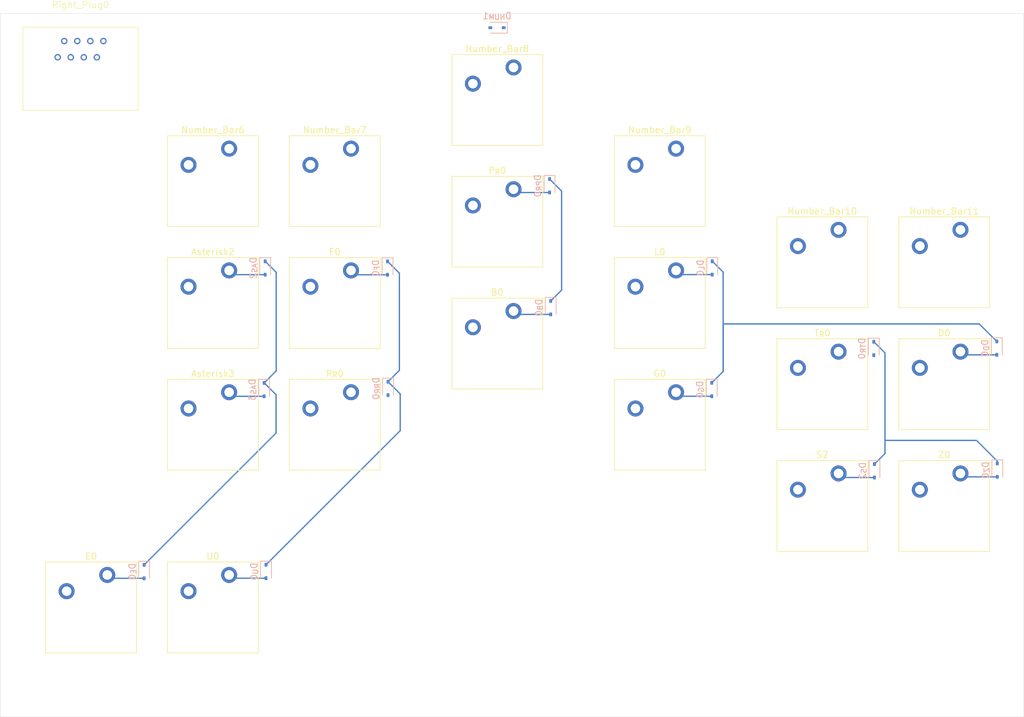
<source format=kicad_pcb>
(kicad_pcb (version 20241229) (generator "pcbnew") (generator_version "9.0")
  (layers (0 "F.Cu" signal) (2 "B.Cu" signal) (13 "F.Paste" user) (15 "B.Paste" user) (5 "F.SilkS" user "F.Silkscreen") (7 "B.SilkS" user "B.Silkscreen") (1 "F.Mask" user) (3 "B.Mask" user) (25 "Edge.Cuts" user))
  (net 0 "")
  (net 1 "Net-(D_{AS}2-A)")
  (net 2 "/Rows0")
  (net 3 "/Rows1")
  (net 4 "Net-(D_{AS}3-A)")
  (net 5 "Net-(D_{B}0-A)")
  (net 6 "Net-(D_{D}0-A)")
  (net 7 "/Rows2")
  (net 8 "/Control/Right_Columns4")
  (net 9 "Net-(D_{E}0-A)")
  (net 10 "Net-(D_{F}0-A)")
  (net 11 "/Control/Right_Columns3")
  (net 12 "Net-(D_{G}0-A)")
  (net 13 "Net-(D_{L}0-A)")
  (net 14 "/Control/Right_Columns2")
  (net 15 "Net-(D_{NUM}1-A)")
  (net 16 "Net-(D_{PR}0-A)")
  (net 17 "/Control/Right_Columns1")
  (net 18 "Net-(D_{RR}0-A)")
  (net 19 "Net-(D_{S}2-A)")
  (net 20 "Net-(D_{TR}0-A)")
  (net 21 "/Control/Right_Columns0")
  (net 22 "Net-(D_{U}0-A)")
  (net 23 "Net-(D_{Z}0-A)")
  (net 24 "/Left_Columns4")
  (net 25 "/Left_Columns2")
  (net 26 "/Left_Columns0")
  (net 27 "/Left_Columns1")
  (net 28 "/Left_Columns3")
  (footprint "PCM_Switch_Keyboard_Cherry_MX:SW_Cherry_MX_PCB" (layer "F.Cu") (at 201 118)
    (property "Reference" "S2" (at 0 -8 0) (layer "F.SilkS"))
    (property "Value" "SW_Push")
    (fp_line (start -7.1 -7.1) (end -7.1 7.1) (stroke (width 0.12)) (layer "F.SilkS"))
    (fp_line (start -7.1 7.1) (end 7.1 7.1) (stroke (width 0.12)) (layer "F.SilkS"))
    (fp_line (start 7.1 -7.1) (end -7.1 -7.1) (stroke (width 0.12)) (layer "F.SilkS"))
    (fp_line (start 7.1 7.1) (end 7.1 -7.1) (stroke (width 0.12)) (layer "F.SilkS"))
    (pad "" np_thru_hole circle (at -5.08 0) (size 1.75 1.75) (drill 1.75) (layers "*.Cu" "*.Mask"))
    (pad "" np_thru_hole circle (at 0 0) (size 4 4) (drill 4) (layers "*.Cu" "*.Mask"))
    (pad "" np_thru_hole circle (at 5.08 0) (size 1.75 1.75) (drill 1.75) (layers "*.Cu" "*.Mask"))
    (pad "1" thru_hole circle (at -3.81 -2.54) (size 2.5 2.5) (drill 1.5) (layers "*.Cu" "*.Mask") (net 3 "/Rows1"))
    (pad "2" thru_hole circle (at 2.54 -5.08) (size 2.5 2.5) (drill 1.5) (layers "*.Cu" "*.Mask") (net 19 "Net-(D_{S}2-A)"))
  )
  (footprint "PCM_Switch_Keyboard_Cherry_MX:SW_Cherry_MX_PCB" (layer "F.Cu") (at 220.05 98.95)
    (property "Reference" "D0" (at 0 -8 0) (layer "F.SilkS"))
    (property "Value" "SW_Push")
    (fp_line (start -7.1 -7.1) (end -7.1 7.1) (stroke (width 0.12)) (layer "F.SilkS"))
    (fp_line (start -7.1 7.1) (end 7.1 7.1) (stroke (width 0.12)) (layer "F.SilkS"))
    (fp_line (start 7.1 -7.1) (end -7.1 -7.1) (stroke (width 0.12)) (layer "F.SilkS"))
    (fp_line (start 7.1 7.1) (end 7.1 -7.1) (stroke (width 0.12)) (layer "F.SilkS"))
    (pad "" np_thru_hole circle (at -5.08 0) (size 1.75 1.75) (drill 1.75) (layers "*.Cu" "*.Mask"))
    (pad "" np_thru_hole circle (at 0 0) (size 4 4) (drill 4) (layers "*.Cu" "*.Mask"))
    (pad "" np_thru_hole circle (at 5.08 0) (size 1.75 1.75) (drill 1.75) (layers "*.Cu" "*.Mask"))
    (pad "1" thru_hole circle (at -3.81 -2.54) (size 2.5 2.5) (drill 1.5) (layers "*.Cu" "*.Mask") (net 7 "/Rows2"))
    (pad "2" thru_hole circle (at 2.54 -5.08) (size 2.5 2.5) (drill 1.5) (layers "*.Cu" "*.Mask") (net 6 "Net-(D_{D}0-A)"))
  )
  (footprint "PCM_Switch_Keyboard_Cherry_MX:SW_Cherry_MX_PCB" (layer "F.Cu") (at 201 79.9)
    (property "Reference" "Number_Bar10" (at 0 -8 0) (layer "F.SilkS"))
    (property "Value" "SW_Push")
    (fp_line (start -7.1 -7.1) (end -7.1 7.1) (stroke (width 0.12)) (layer "F.SilkS"))
    (fp_line (start -7.1 7.1) (end 7.1 7.1) (stroke (width 0.12)) (layer "F.SilkS"))
    (fp_line (start 7.1 -7.1) (end -7.1 -7.1) (stroke (width 0.12)) (layer "F.SilkS"))
    (fp_line (start 7.1 7.1) (end 7.1 -7.1) (stroke (width 0.12)) (layer "F.SilkS"))
    (pad "" np_thru_hole circle (at -5.08 0) (size 1.75 1.75) (drill 1.75) (layers "*.Cu" "*.Mask"))
    (pad "" np_thru_hole circle (at 0 0) (size 4 4) (drill 4) (layers "*.Cu" "*.Mask"))
    (pad "" np_thru_hole circle (at 5.08 0) (size 1.75 1.75) (drill 1.75) (layers "*.Cu" "*.Mask"))
    (pad "1" thru_hole circle (at -3.81 -2.54) (size 2.5 2.5) (drill 1.5) (layers "*.Cu" "*.Mask") (net 7 "/Rows2"))
    (pad "2" thru_hole circle (at 2.54 -5.08) (size 2.5 2.5) (drill 1.5) (layers "*.Cu" "*.Mask") (net 15 "Net-(D_{NUM}1-A)"))
  )
  (footprint "PCM_Switch_Keyboard_Cherry_MX:SW_Cherry_MX_PCB" (layer "F.Cu") (at 105.75 67.2)
    (property "Reference" "Number_Bar6" (at 0 -8 0) (layer "F.SilkS"))
    (property "Value" "SW_Push")
    (fp_line (start -7.1 -7.1) (end -7.1 7.1) (stroke (width 0.12)) (layer "F.SilkS"))
    (fp_line (start -7.1 7.1) (end 7.1 7.1) (stroke (width 0.12)) (layer "F.SilkS"))
    (fp_line (start 7.1 -7.1) (end -7.1 -7.1) (stroke (width 0.12)) (layer "F.SilkS"))
    (fp_line (start 7.1 7.1) (end 7.1 -7.1) (stroke (width 0.12)) (layer "F.SilkS"))
    (pad "" np_thru_hole circle (at -5.08 0) (size 1.75 1.75) (drill 1.75) (layers "*.Cu" "*.Mask"))
    (pad "" np_thru_hole circle (at 0 0) (size 4 4) (drill 4) (layers "*.Cu" "*.Mask"))
    (pad "" np_thru_hole circle (at 5.08 0) (size 1.75 1.75) (drill 1.75) (layers "*.Cu" "*.Mask"))
    (pad "1" thru_hole circle (at -3.81 -2.54) (size 2.5 2.5) (drill 1.5) (layers "*.Cu" "*.Mask") (net 7 "/Rows2"))
    (pad "2" thru_hole circle (at 2.54 -5.08) (size 2.5 2.5) (drill 1.5) (layers "*.Cu" "*.Mask") (net 15 "Net-(D_{NUM}1-A)"))
  )
  (footprint "PCM_Switch_Keyboard_Cherry_MX:SW_Cherry_MX_PCB" (layer "F.Cu") (at 175.6 105.3)
    (property "Reference" "G0" (at 0 -8 0) (layer "F.SilkS"))
    (property "Value" "SW_Push")
    (fp_line (start -7.1 -7.1) (end -7.1 7.1) (stroke (width 0.12)) (layer "F.SilkS"))
    (fp_line (start -7.1 7.1) (end 7.1 7.1) (stroke (width 0.12)) (layer "F.SilkS"))
    (fp_line (start 7.1 -7.1) (end -7.1 -7.1) (stroke (width 0.12)) (layer "F.SilkS"))
    (fp_line (start 7.1 7.1) (end 7.1 -7.1) (stroke (width 0.12)) (layer "F.SilkS"))
    (pad "" np_thru_hole circle (at -5.08 0) (size 1.75 1.75) (drill 1.75) (layers "*.Cu" "*.Mask"))
    (pad "" np_thru_hole circle (at 0 0) (size 4 4) (drill 4) (layers "*.Cu" "*.Mask"))
    (pad "" np_thru_hole circle (at 5.08 0) (size 1.75 1.75) (drill 1.75) (layers "*.Cu" "*.Mask"))
    (pad "1" thru_hole circle (at -3.81 -2.54) (size 2.5 2.5) (drill 1.5) (layers "*.Cu" "*.Mask") (net 3 "/Rows1"))
    (pad "2" thru_hole circle (at 2.54 -5.08) (size 2.5 2.5) (drill 1.5) (layers "*.Cu" "*.Mask") (net 12 "Net-(D_{G}0-A)"))
  )
  (footprint "PCM_Switch_Keyboard_Cherry_MX:SW_Cherry_MX_PCB" (layer "F.Cu") (at 124.8 67.2)
    (property "Reference" "Number_Bar7" (at 0 -8 0) (layer "F.SilkS"))
    (property "Value" "SW_Push")
    (fp_line (start -7.1 -7.1) (end -7.1 7.1) (stroke (width 0.12)) (layer "F.SilkS"))
    (fp_line (start -7.1 7.1) (end 7.1 7.1) (stroke (width 0.12)) (layer "F.SilkS"))
    (fp_line (start 7.1 -7.1) (end -7.1 -7.1) (stroke (width 0.12)) (layer "F.SilkS"))
    (fp_line (start 7.1 7.1) (end 7.1 -7.1) (stroke (width 0.12)) (layer "F.SilkS"))
    (pad "" np_thru_hole circle (at -5.08 0) (size 1.75 1.75) (drill 1.75) (layers "*.Cu" "*.Mask"))
    (pad "" np_thru_hole circle (at 0 0) (size 4 4) (drill 4) (layers "*.Cu" "*.Mask"))
    (pad "" np_thru_hole circle (at 5.08 0) (size 1.75 1.75) (drill 1.75) (layers "*.Cu" "*.Mask"))
    (pad "1" thru_hole circle (at -3.81 -2.54) (size 2.5 2.5) (drill 1.5) (layers "*.Cu" "*.Mask") (net 7 "/Rows2"))
    (pad "2" thru_hole circle (at 2.54 -5.08) (size 2.5 2.5) (drill 1.5) (layers "*.Cu" "*.Mask") (net 15 "Net-(D_{NUM}1-A)"))
  )
  (footprint "PCM_Switch_Keyboard_Cherry_MX:SW_Cherry_MX_PCB" (layer "F.Cu") (at 124.8 105.3)
    (property "Reference" "R_{R}0" (at 0 -8 0) (layer "F.SilkS"))
    (property "Value" "SW_Push")
    (fp_line (start -7.1 -7.1) (end -7.1 7.1) (stroke (width 0.12)) (layer "F.SilkS"))
    (fp_line (start -7.1 7.1) (end 7.1 7.1) (stroke (width 0.12)) (layer "F.SilkS"))
    (fp_line (start 7.1 -7.1) (end -7.1 -7.1) (stroke (width 0.12)) (layer "F.SilkS"))
    (fp_line (start 7.1 7.1) (end 7.1 -7.1) (stroke (width 0.12)) (layer "F.SilkS"))
    (pad "" np_thru_hole circle (at -5.08 0) (size 1.75 1.75) (drill 1.75) (layers "*.Cu" "*.Mask"))
    (pad "" np_thru_hole circle (at 0 0) (size 4 4) (drill 4) (layers "*.Cu" "*.Mask"))
    (pad "" np_thru_hole circle (at 5.08 0) (size 1.75 1.75) (drill 1.75) (layers "*.Cu" "*.Mask"))
    (pad "1" thru_hole circle (at -3.81 -2.54) (size 2.5 2.5) (drill 1.5) (layers "*.Cu" "*.Mask") (net 3 "/Rows1"))
    (pad "2" thru_hole circle (at 2.54 -5.08) (size 2.5 2.5) (drill 1.5) (layers "*.Cu" "*.Mask") (net 18 "Net-(D_{RR}0-A)"))
  )
  (footprint "PCM_Switch_Keyboard_Cherry_MX:SW_Cherry_MX_PCB" (layer "F.Cu") (at 175.6 86.25)
    (property "Reference" "L0" (at 0 -8 0) (layer "F.SilkS"))
    (property "Value" "SW_Push")
    (fp_line (start -7.1 -7.1) (end -7.1 7.1) (stroke (width 0.12)) (layer "F.SilkS"))
    (fp_line (start -7.1 7.1) (end 7.1 7.1) (stroke (width 0.12)) (layer "F.SilkS"))
    (fp_line (start 7.1 -7.1) (end -7.1 -7.1) (stroke (width 0.12)) (layer "F.SilkS"))
    (fp_line (start 7.1 7.1) (end 7.1 -7.1) (stroke (width 0.12)) (layer "F.SilkS"))
    (pad "" np_thru_hole circle (at -5.08 0) (size 1.75 1.75) (drill 1.75) (layers "*.Cu" "*.Mask"))
    (pad "" np_thru_hole circle (at 0 0) (size 4 4) (drill 4) (layers "*.Cu" "*.Mask"))
    (pad "" np_thru_hole circle (at 5.08 0) (size 1.75 1.75) (drill 1.75) (layers "*.Cu" "*.Mask"))
    (pad "1" thru_hole circle (at -3.81 -2.54) (size 2.5 2.5) (drill 1.5) (layers "*.Cu" "*.Mask") (net 2 "/Rows0"))
    (pad "2" thru_hole circle (at 2.54 -5.08) (size 2.5 2.5) (drill 1.5) (layers "*.Cu" "*.Mask") (net 13 "Net-(D_{L}0-A)"))
  )
  (footprint "PCM_Switch_Keyboard_Cherry_MX:SW_Cherry_MX_PCB" (layer "F.Cu") (at 124.8 86.25)
    (property "Reference" "F0" (at 0 -8 0) (layer "F.SilkS"))
    (property "Value" "SW_Push")
    (fp_line (start -7.1 -7.1) (end -7.1 7.1) (stroke (width 0.12)) (layer "F.SilkS"))
    (fp_line (start -7.1 7.1) (end 7.1 7.1) (stroke (width 0.12)) (layer "F.SilkS"))
    (fp_line (start 7.1 -7.1) (end -7.1 -7.1) (stroke (width 0.12)) (layer "F.SilkS"))
    (fp_line (start 7.1 7.1) (end 7.1 -7.1) (stroke (width 0.12)) (layer "F.SilkS"))
    (pad "" np_thru_hole circle (at -5.08 0) (size 1.75 1.75) (drill 1.75) (layers "*.Cu" "*.Mask"))
    (pad "" np_thru_hole circle (at 0 0) (size 4 4) (drill 4) (layers "*.Cu" "*.Mask"))
    (pad "" np_thru_hole circle (at 5.08 0) (size 1.75 1.75) (drill 1.75) (layers "*.Cu" "*.Mask"))
    (pad "1" thru_hole circle (at -3.81 -2.54) (size 2.5 2.5) (drill 1.5) (layers "*.Cu" "*.Mask") (net 2 "/Rows0"))
    (pad "2" thru_hole circle (at 2.54 -5.08) (size 2.5 2.5) (drill 1.5) (layers "*.Cu" "*.Mask") (net 10 "Net-(D_{F}0-A)"))
  )
  (footprint "PCM_Switch_Keyboard_Cherry_MX:SW_Cherry_MX_PCB" (layer "F.Cu") (at 105.75 105.3)
    (property "Reference" "Asterisk3" (at 0 -8 0) (layer "F.SilkS"))
    (property "Value" "SW_Push")
    (fp_line (start -7.1 -7.1) (end -7.1 7.1) (stroke (width 0.12)) (layer "F.SilkS"))
    (fp_line (start -7.1 7.1) (end 7.1 7.1) (stroke (width 0.12)) (layer "F.SilkS"))
    (fp_line (start 7.1 -7.1) (end -7.1 -7.1) (stroke (width 0.12)) (layer "F.SilkS"))
    (fp_line (start 7.1 7.1) (end 7.1 -7.1) (stroke (width 0.12)) (layer "F.SilkS"))
    (pad "" np_thru_hole circle (at -5.08 0) (size 1.75 1.75) (drill 1.75) (layers "*.Cu" "*.Mask"))
    (pad "" np_thru_hole circle (at 0 0) (size 4 4) (drill 4) (layers "*.Cu" "*.Mask"))
    (pad "" np_thru_hole circle (at 5.08 0) (size 1.75 1.75) (drill 1.75) (layers "*.Cu" "*.Mask"))
    (pad "1" thru_hole circle (at -3.81 -2.54) (size 2.5 2.5) (drill 1.5) (layers "*.Cu" "*.Mask") (net 3 "/Rows1"))
    (pad "2" thru_hole circle (at 2.54 -5.08) (size 2.5 2.5) (drill 1.5) (layers "*.Cu" "*.Mask") (net 4 "Net-(D_{AS}3-A)"))
  )
  (footprint "PCM_Switch_Keyboard_Cherry_MX:SW_Cherry_MX_PCB" (layer "F.Cu") (at 220.05 118)
    (property "Reference" "Z0" (at 0 -8 0) (layer "F.SilkS"))
    (property "Value" "SW_Push")
    (fp_line (start -7.1 -7.1) (end -7.1 7.1) (stroke (width 0.12)) (layer "F.SilkS"))
    (fp_line (start -7.1 7.1) (end 7.1 7.1) (stroke (width 0.12)) (layer "F.SilkS"))
    (fp_line (start 7.1 -7.1) (end -7.1 -7.1) (stroke (width 0.12)) (layer "F.SilkS"))
    (fp_line (start 7.1 7.1) (end 7.1 -7.1) (stroke (width 0.12)) (layer "F.SilkS"))
    (pad "" np_thru_hole circle (at -5.08 0) (size 1.75 1.75) (drill 1.75) (layers "*.Cu" "*.Mask"))
    (pad "" np_thru_hole circle (at 0 0) (size 4 4) (drill 4) (layers "*.Cu" "*.Mask"))
    (pad "" np_thru_hole circle (at 5.08 0) (size 1.75 1.75) (drill 1.75) (layers "*.Cu" "*.Mask"))
    (pad "1" thru_hole circle (at -3.81 -2.54) (size 2.5 2.5) (drill 1.5) (layers "*.Cu" "*.Mask") (net 7 "/Rows2"))
    (pad "2" thru_hole circle (at 2.54 -5.08) (size 2.5 2.5) (drill 1.5) (layers "*.Cu" "*.Mask") (net 23 "Net-(D_{Z}0-A)"))
  )
  (footprint "PCM_Switch_Keyboard_Cherry_MX:SW_Cherry_MX_PCB" (layer "F.Cu") (at 150.2 54.5)
    (property "Reference" "Number_Bar8" (at 0 -8 0) (layer "F.SilkS"))
    (property "Value" "SW_Push")
    (fp_line (start -7.1 -7.1) (end -7.1 7.1) (stroke (width 0.12)) (layer "F.SilkS"))
    (fp_line (start -7.1 7.1) (end 7.1 7.1) (stroke (width 0.12)) (layer "F.SilkS"))
    (fp_line (start 7.1 -7.1) (end -7.1 -7.1) (stroke (width 0.12)) (layer "F.SilkS"))
    (fp_line (start 7.1 7.1) (end 7.1 -7.1) (stroke (width 0.12)) (layer "F.SilkS"))
    (pad "" np_thru_hole circle (at -5.08 0) (size 1.75 1.75) (drill 1.75) (layers "*.Cu" "*.Mask"))
    (pad "" np_thru_hole circle (at 0 0) (size 4 4) (drill 4) (layers "*.Cu" "*.Mask"))
    (pad "" np_thru_hole circle (at 5.08 0) (size 1.75 1.75) (drill 1.75) (layers "*.Cu" "*.Mask"))
    (pad "1" thru_hole circle (at -3.81 -2.54) (size 2.5 2.5) (drill 1.5) (layers "*.Cu" "*.Mask") (net 7 "/Rows2"))
    (pad "2" thru_hole circle (at 2.54 -5.08) (size 2.5 2.5) (drill 1.5) (layers "*.Cu" "*.Mask") (net 15 "Net-(D_{NUM}1-A)"))
  )
  (footprint "custom:8P8C_942" (layer "F.Cu") (at 85.0646 49.6316)
    (property "Reference" "Right_Plug0" (at 0 -10 0) (layer "F.SilkS") (effects (font (thickness 0.1))))
    (property "Value" "RJ45")
    (fp_rect (start -9.01 6.5) (end 9.01 -6.5) (stroke (width 0.1)) (fill no) (layer "F.SilkS"))
    (pad "" np_thru_hole circle (at -7.25 0.5) (size 2.36 2.36) (drill 2.36) (layers "*.Cu" "*.Mask"))
    (pad "" np_thru_hole circle (at 7.25 0.5) (size 2.36 2.36) (drill 2.36) (layers "*.Cu" "*.Mask"))
    (pad "1" thru_hole circle (at -2.55 -4.34) (size 1 1) (drill 0.61) (layers "*.Cu" "*.Mask") (net 28 "/Left_Columns3"))
    (pad "2" thru_hole circle (at -0.51 -4.34) (size 1 1) (drill 0.61) (layers "*.Cu" "*.Mask") (net 26 "/Left_Columns0"))
    (pad "3" thru_hole circle (at 1.53 -4.34) (size 1 1) (drill 0.61) (layers "*.Cu" "*.Mask") (net 27 "/Left_Columns1"))
    (pad "4" thru_hole circle (at 3.57 -4.34) (size 1 1) (drill 0.61) (layers "*.Cu" "*.Mask") (net 25 "/Left_Columns2"))
    (pad "5" thru_hole circle (at -3.57 -1.8) (size 1 1) (drill 0.61) (layers "*.Cu" "*.Mask") (net 24 "/Left_Columns4"))
    (pad "6" thru_hole circle (at -1.53 -1.8) (size 1 1) (drill 0.61) (layers "*.Cu" "*.Mask") (net 3 "/Rows1"))
    (pad "7" thru_hole circle (at 0.51 -1.8) (size 1 1) (drill 0.61) (layers "*.Cu" "*.Mask") (net 2 "/Rows0"))
    (pad "8" thru_hole circle (at 2.55 -1.8) (size 1 1) (drill 0.61) (layers "*.Cu" "*.Mask") (net 7 "/Rows2"))
  )
  (footprint "PCM_Switch_Keyboard_Cherry_MX:SW_Cherry_MX_PCB" (layer "F.Cu") (at 105.75 86.25)
    (property "Reference" "Asterisk2" (at 0 -8 0) (layer "F.SilkS"))
    (property "Value" "SW_Push")
    (fp_line (start -7.1 -7.1) (end -7.1 7.1) (stroke (width 0.12)) (layer "F.SilkS"))
    (fp_line (start -7.1 7.1) (end 7.1 7.1) (stroke (width 0.12)) (layer "F.SilkS"))
    (fp_line (start 7.1 -7.1) (end -7.1 -7.1) (stroke (width 0.12)) (layer "F.SilkS"))
    (fp_line (start 7.1 7.1) (end 7.1 -7.1) (stroke (width 0.12)) (layer "F.SilkS"))
    (pad "" np_thru_hole circle (at -5.08 0) (size 1.75 1.75) (drill 1.75) (layers "*.Cu" "*.Mask"))
    (pad "" np_thru_hole circle (at 0 0) (size 4 4) (drill 4) (layers "*.Cu" "*.Mask"))
    (pad "" np_thru_hole circle (at 5.08 0) (size 1.75 1.75) (drill 1.75) (layers "*.Cu" "*.Mask"))
    (pad "1" thru_hole circle (at -3.81 -2.54) (size 2.5 2.5) (drill 1.5) (layers "*.Cu" "*.Mask") (net 2 "/Rows0"))
    (pad "2" thru_hole circle (at 2.54 -5.08) (size 2.5 2.5) (drill 1.5) (layers "*.Cu" "*.Mask") (net 1 "Net-(D_{AS}2-A)"))
  )
  (footprint "PCM_Switch_Keyboard_Cherry_MX:SW_Cherry_MX_PCB" (layer "F.Cu") (at 201 98.95)
    (property "Reference" "T_{R}0" (at 0 -8 0) (layer "F.SilkS"))
    (property "Value" "SW_Push")
    (fp_line (start -7.1 -7.1) (end -7.1 7.1) (stroke (width 0.12)) (layer "F.SilkS"))
    (fp_line (start -7.1 7.1) (end 7.1 7.1) (stroke (width 0.12)) (layer "F.SilkS"))
    (fp_line (start 7.1 -7.1) (end -7.1 -7.1) (stroke (width 0.12)) (layer "F.SilkS"))
    (fp_line (start 7.1 7.1) (end 7.1 -7.1) (stroke (width 0.12)) (layer "F.SilkS"))
    (pad "" np_thru_hole circle (at -5.08 0) (size 1.75 1.75) (drill 1.75) (layers "*.Cu" "*.Mask"))
    (pad "" np_thru_hole circle (at 0 0) (size 4 4) (drill 4) (layers "*.Cu" "*.Mask"))
    (pad "" np_thru_hole circle (at 5.08 0) (size 1.75 1.75) (drill 1.75) (layers "*.Cu" "*.Mask"))
    (pad "1" thru_hole circle (at -3.81 -2.54) (size 2.5 2.5) (drill 1.5) (layers "*.Cu" "*.Mask") (net 2 "/Rows0"))
    (pad "2" thru_hole circle (at 2.54 -5.08) (size 2.5 2.5) (drill 1.5) (layers "*.Cu" "*.Mask") (net 20 "Net-(D_{TR}0-A)"))
  )
  (footprint "PCM_Switch_Keyboard_Cherry_MX:SW_Cherry_MX_PCB" (layer "F.Cu") (at 150.2 92.6)
    (property "Reference" "B0" (at 0 -8 0) (layer "F.SilkS"))
    (property "Value" "SW_Push")
    (fp_line (start -7.1 -7.1) (end -7.1 7.1) (stroke (width 0.12)) (layer "F.SilkS"))
    (fp_line (start -7.1 7.1) (end 7.1 7.1) (stroke (width 0.12)) (layer "F.SilkS"))
    (fp_line (start 7.1 -7.1) (end -7.1 -7.1) (stroke (width 0.12)) (layer "F.SilkS"))
    (fp_line (start 7.1 7.1) (end 7.1 -7.1) (stroke (width 0.12)) (layer "F.SilkS"))
    (pad "" np_thru_hole circle (at -5.08 0) (size 1.75 1.75) (drill 1.75) (layers "*.Cu" "*.Mask"))
    (pad "" np_thru_hole circle (at 0 0) (size 4 4) (drill 4) (layers "*.Cu" "*.Mask"))
    (pad "" np_thru_hole circle (at 5.08 0) (size 1.75 1.75) (drill 1.75) (layers "*.Cu" "*.Mask"))
    (pad "1" thru_hole circle (at -3.81 -2.54) (size 2.5 2.5) (drill 1.5) (layers "*.Cu" "*.Mask") (net 3 "/Rows1"))
    (pad "2" thru_hole circle (at 2.54 -5.08) (size 2.5 2.5) (drill 1.5) (layers "*.Cu" "*.Mask") (net 5 "Net-(D_{B}0-A)"))
  )
  (footprint "PCM_Switch_Keyboard_Cherry_MX:SW_Cherry_MX_PCB" (layer "F.Cu") (at 105.75 133.875)
    (property "Reference" "U0" (at 0 -8 0) (layer "F.SilkS"))
    (property "Value" "SW_Push")
    (fp_line (start -7.1 -7.1) (end -7.1 7.1) (stroke (width 0.12)) (layer "F.SilkS"))
    (fp_line (start -7.1 7.1) (end 7.1 7.1) (stroke (width 0.12)) (layer "F.SilkS"))
    (fp_line (start 7.1 -7.1) (end -7.1 -7.1) (stroke (width 0.12)) (layer "F.SilkS"))
    (fp_line (start 7.1 7.1) (end 7.1 -7.1) (stroke (width 0.12)) (layer "F.SilkS"))
    (pad "" np_thru_hole circle (at -5.08 0) (size 1.75 1.75) (drill 1.75) (layers "*.Cu" "*.Mask"))
    (pad "" np_thru_hole circle (at 0 0) (size 4 4) (drill 4) (layers "*.Cu" "*.Mask"))
    (pad "" np_thru_hole circle (at 5.08 0) (size 1.75 1.75) (drill 1.75) (layers "*.Cu" "*.Mask"))
    (pad "1" thru_hole circle (at -3.81 -2.54) (size 2.5 2.5) (drill 1.5) (layers "*.Cu" "*.Mask") (net 7 "/Rows2"))
    (pad "2" thru_hole circle (at 2.54 -5.08) (size 2.5 2.5) (drill 1.5) (layers "*.Cu" "*.Mask") (net 22 "Net-(D_{U}0-A)"))
  )
  (footprint "PCM_Switch_Keyboard_Cherry_MX:SW_Cherry_MX_PCB" (layer "F.Cu") (at 175.6 67.2)
    (property "Reference" "Number_Bar9" (at 0 -8 0) (layer "F.SilkS"))
    (property "Value" "SW_Push")
    (fp_line (start -7.1 -7.1) (end -7.1 7.1) (stroke (width 0.12)) (layer "F.SilkS"))
    (fp_line (start -7.1 7.1) (end 7.1 7.1) (stroke (width 0.12)) (layer "F.SilkS"))
    (fp_line (start 7.1 -7.1) (end -7.1 -7.1) (stroke (width 0.12)) (layer "F.SilkS"))
    (fp_line (start 7.1 7.1) (end 7.1 -7.1) (stroke (width 0.12)) (layer "F.SilkS"))
    (pad "" np_thru_hole circle (at -5.08 0) (size 1.75 1.75) (drill 1.75) (layers "*.Cu" "*.Mask"))
    (pad "" np_thru_hole circle (at 0 0) (size 4 4) (drill 4) (layers "*.Cu" "*.Mask"))
    (pad "" np_thru_hole circle (at 5.08 0) (size 1.75 1.75) (drill 1.75) (layers "*.Cu" "*.Mask"))
    (pad "1" thru_hole circle (at -3.81 -2.54) (size 2.5 2.5) (drill 1.5) (layers "*.Cu" "*.Mask") (net 7 "/Rows2"))
    (pad "2" thru_hole circle (at 2.54 -5.08) (size 2.5 2.5) (drill 1.5) (layers "*.Cu" "*.Mask") (net 15 "Net-(D_{NUM}1-A)"))
  )
  (footprint "PCM_Switch_Keyboard_Cherry_MX:SW_Cherry_MX_PCB" (layer "F.Cu") (at 150.2 73.55)
    (property "Reference" "P_{R}0" (at 0 -8 0) (layer "F.SilkS"))
    (property "Value" "SW_Push")
    (fp_line (start -7.1 -7.1) (end -7.1 7.1) (stroke (width 0.12)) (layer "F.SilkS"))
    (fp_line (start -7.1 7.1) (end 7.1 7.1) (stroke (width 0.12)) (layer "F.SilkS"))
    (fp_line (start 7.1 -7.1) (end -7.1 -7.1) (stroke (width 0.12)) (layer "F.SilkS"))
    (fp_line (start 7.1 7.1) (end 7.1 -7.1) (stroke (width 0.12)) (layer "F.SilkS"))
    (pad "" np_thru_hole circle (at -5.08 0) (size 1.75 1.75) (drill 1.75) (layers "*.Cu" "*.Mask"))
    (pad "" np_thru_hole circle (at 0 0) (size 4 4) (drill 4) (layers "*.Cu" "*.Mask"))
    (pad "" np_thru_hole circle (at 5.08 0) (size 1.75 1.75) (drill 1.75) (layers "*.Cu" "*.Mask"))
    (pad "1" thru_hole circle (at -3.81 -2.54) (size 2.5 2.5) (drill 1.5) (layers "*.Cu" "*.Mask") (net 2 "/Rows0"))
    (pad "2" thru_hole circle (at 2.54 -5.08) (size 2.5 2.5) (drill 1.5) (layers "*.Cu" "*.Mask") (net 16 "Net-(D_{PR}0-A)"))
  )
  (footprint "PCM_Switch_Keyboard_Cherry_MX:SW_Cherry_MX_PCB" (layer "F.Cu") (at 220.05 79.9)
    (property "Reference" "Number_Bar11" (at 0 -8 0) (layer "F.SilkS"))
    (property "Value" "SW_Push")
    (fp_line (start -7.1 -7.1) (end -7.1 7.1) (stroke (width 0.12)) (layer "F.SilkS"))
    (fp_line (start -7.1 7.1) (end 7.1 7.1) (stroke (width 0.12)) (layer "F.SilkS"))
    (fp_line (start 7.1 -7.1) (end -7.1 -7.1) (stroke (width 0.12)) (layer "F.SilkS"))
    (fp_line (start 7.1 7.1) (end 7.1 -7.1) (stroke (width 0.12)) (layer "F.SilkS"))
    (pad "" np_thru_hole circle (at -5.08 0) (size 1.75 1.75) (drill 1.75) (layers "*.Cu" "*.Mask"))
    (pad "" np_thru_hole circle (at 0 0) (size 4 4) (drill 4) (layers "*.Cu" "*.Mask"))
    (pad "" np_thru_hole circle (at 5.08 0) (size 1.75 1.75) (drill 1.75) (layers "*.Cu" "*.Mask"))
    (pad "1" thru_hole circle (at -3.81 -2.54) (size 2.5 2.5) (drill 1.5) (layers "*.Cu" "*.Mask") (net 7 "/Rows2"))
    (pad "2" thru_hole circle (at 2.54 -5.08) (size 2.5 2.5) (drill 1.5) (layers "*.Cu" "*.Mask") (net 15 "Net-(D_{NUM}1-A)"))
  )
  (footprint "PCM_Switch_Keyboard_Cherry_MX:SW_Cherry_MX_PCB" (layer "F.Cu") (at 86.7 133.875)
    (property "Reference" "E0" (at 0 -8 0) (layer "F.SilkS"))
    (property "Value" "SW_Push")
    (fp_line (start -7.1 -7.1) (end -7.1 7.1) (stroke (width 0.12)) (layer "F.SilkS"))
    (fp_line (start -7.1 7.1) (end 7.1 7.1) (stroke (width 0.12)) (layer "F.SilkS"))
    (fp_line (start 7.1 -7.1) (end -7.1 -7.1) (stroke (width 0.12)) (layer "F.SilkS"))
    (fp_line (start 7.1 7.1) (end 7.1 -7.1) (stroke (width 0.12)) (layer "F.SilkS"))
    (pad "" np_thru_hole circle (at -5.08 0) (size 1.75 1.75) (drill 1.75) (layers "*.Cu" "*.Mask"))
    (pad "" np_thru_hole circle (at 0 0) (size 4 4) (drill 4) (layers "*.Cu" "*.Mask"))
    (pad "" np_thru_hole circle (at 5.08 0) (size 1.75 1.75) (drill 1.75) (layers "*.Cu" "*.Mask"))
    (pad "1" thru_hole circle (at -3.81 -2.54) (size 2.5 2.5) (drill 1.5) (layers "*.Cu" "*.Mask") (net 7 "/Rows2"))
    (pad "2" thru_hole circle (at 2.54 -5.08) (size 2.5 2.5) (drill 1.5) (layers "*.Cu" "*.Mask") (net 9 "Net-(D_{E}0-A)"))
  )
  (footprint "Diode_SMD:D_SOD-323" (layer "B.Cu") (at 133.0452 80.7974 -90)
    (property "Reference" "D_{F}0" (at 0 1.85 90) (layer "B.SilkS") (effects (justify mirror)))
    (property "Value" "1N4148WX-TP")
    (fp_line (start -1.61 0.85) (end 1.05 0.85) (stroke (width 0.12)) (layer "B.SilkS"))
    (fp_line (start -1.61 0.85) (end -1.61 -0.85) (stroke (width 0.12)) (layer "B.SilkS"))
    (fp_line (start -1.61 -0.85) (end 1.05 -0.85) (stroke (width 0.12)) (layer "B.SilkS"))
    (pad "1" smd roundrect (at -1.05 0 270) (size 0.6 0.45) (layers "B.Cu" "B.Mask" "B.Paste") (net 11 "/Control/Right_Columns3"))
    (pad "2" smd roundrect (at 1.05 0 270) (size 0.6 0.45) (layers "B.Cu" "B.Mask" "B.Paste") (net 10 "Net-(D_{F}0-A)"))
  )
  (footprint "Diode_SMD:D_SOD-323" (layer "B.Cu") (at 228.346 112.4036 -90)
    (property "Reference" "D_{Z}0" (at 0 1.85 90) (layer "B.SilkS") (effects (justify mirror)))
    (property "Value" "1N4148WX-TP")
    (fp_line (start -1.61 0.85) (end 1.05 0.85) (stroke (width 0.12)) (layer "B.SilkS"))
    (fp_line (start -1.61 0.85) (end -1.61 -0.85) (stroke (width 0.12)) (layer "B.SilkS"))
    (fp_line (start -1.61 -0.85) (end 1.05 -0.85) (stroke (width 0.12)) (layer "B.SilkS"))
    (pad "1" smd roundrect (at -1.05 0 270) (size 0.6 0.45) (layers "B.Cu" "B.Mask" "B.Paste") (net 21 "/Control/Right_Columns0"))
    (pad "2" smd roundrect (at 1.05 0 270) (size 0.6 0.45) (layers "B.Cu" "B.Mask" "B.Paste") (net 23 "Net-(D_{Z}0-A)"))
  )
  (footprint "Diode_SMD:D_SOD-323" (layer "B.Cu") (at 183.7182 99.7966 -90)
    (property "Reference" "D_{G}0" (at 0 1.85 90) (layer "B.SilkS") (effects (justify mirror)))
    (property "Value" "1N4148WX-TP")
    (fp_line (start -1.61 0.85) (end 1.05 0.85) (stroke (width 0.12)) (layer "B.SilkS"))
    (fp_line (start -1.61 0.85) (end -1.61 -0.85) (stroke (width 0.12)) (layer "B.SilkS"))
    (fp_line (start -1.61 -0.85) (end 1.05 -0.85) (stroke (width 0.12)) (layer "B.SilkS"))
    (pad "1" smd roundrect (at -1.05 0 270) (size 0.6 0.45) (layers "B.Cu" "B.Mask" "B.Paste") (net 17 "/Control/Right_Columns1"))
    (pad "2" smd roundrect (at 1.05 0 270) (size 0.6 0.45) (layers "B.Cu" "B.Mask" "B.Paste") (net 12 "Net-(D_{G}0-A)"))
  )
  (footprint "Diode_SMD:D_SOD-323" (layer "B.Cu") (at 209.1436 112.5052 -90)
    (property "Reference" "D_{S}2" (at 0 1.85 90) (layer "B.SilkS") (effects (justify mirror)))
    (property "Value" "1N4148WX-TP")
    (fp_line (start -1.61 0.85) (end 1.05 0.85) (stroke (width 0.12)) (layer "B.SilkS"))
    (fp_line (start -1.61 0.85) (end -1.61 -0.85) (stroke (width 0.12)) (layer "B.SilkS"))
    (fp_line (start -1.61 -0.85) (end 1.05 -0.85) (stroke (width 0.12)) (layer "B.SilkS"))
    (pad "1" smd roundrect (at -1.05 0 270) (size 0.6 0.45) (layers "B.Cu" "B.Mask" "B.Paste") (net 21 "/Control/Right_Columns0"))
    (pad "2" smd roundrect (at 1.05 0 270) (size 0.6 0.45) (layers "B.Cu" "B.Mask" "B.Paste") (net 19 "Net-(D_{S}2-A)"))
  )
  (footprint "Diode_SMD:D_SOD-323" (layer "B.Cu") (at 113.919 80.7806 -90)
    (property "Reference" "D_{AS}2" (at 0 1.85 90) (layer "B.SilkS") (effects (justify mirror)))
    (property "Value" "1N4148WX-TP")
    (fp_line (start -1.61 0.85) (end 1.05 0.85) (stroke (width 0.12)) (layer "B.SilkS"))
    (fp_line (start -1.61 0.85) (end -1.61 -0.85) (stroke (width 0.12)) (layer "B.SilkS"))
    (fp_line (start -1.61 -0.85) (end 1.05 -0.85) (stroke (width 0.12)) (layer "B.SilkS"))
    (pad "1" smd roundrect (at -1.05 0 270) (size 0.6 0.45) (layers "B.Cu" "B.Mask" "B.Paste") (net 8 "/Control/Right_Columns4"))
    (pad "2" smd roundrect (at 1.05 0 270) (size 0.6 0.45) (layers "B.Cu" "B.Mask" "B.Paste") (net 1 "Net-(D_{AS}2-A)"))
  )
  (footprint "Diode_SMD:D_SOD-323" (layer "B.Cu") (at 113.7666 99.8052 -90)
    (property "Reference" "D_{AS}3" (at 0 1.85 90) (layer "B.SilkS") (effects (justify mirror)))
    (property "Value" "1N4148WX-TP")
    (fp_line (start -1.61 0.85) (end 1.05 0.85) (stroke (width 0.12)) (layer "B.SilkS"))
    (fp_line (start -1.61 0.85) (end -1.61 -0.85) (stroke (width 0.12)) (layer "B.SilkS"))
    (fp_line (start -1.61 -0.85) (end 1.05 -0.85) (stroke (width 0.12)) (layer "B.SilkS"))
    (pad "1" smd roundrect (at -1.05 0 270) (size 0.6 0.45) (layers "B.Cu" "B.Mask" "B.Paste") (net 8 "/Control/Right_Columns4"))
    (pad "2" smd roundrect (at 1.05 0 270) (size 0.6 0.45) (layers "B.Cu" "B.Mask" "B.Paste") (net 4 "Net-(D_{AS}3-A)"))
  )
  (footprint "Diode_SMD:D_SOD-323" (layer "B.Cu") (at 114.046 128.2532 -90)
    (property "Reference" "D_{U}0" (at 0 1.85 90) (layer "B.SilkS") (effects (justify mirror)))
    (property "Value" "1N4148WX-TP")
    (fp_line (start -1.61 0.85) (end 1.05 0.85) (stroke (width 0.12)) (layer "B.SilkS"))
    (fp_line (start -1.61 0.85) (end -1.61 -0.85) (stroke (width 0.12)) (layer "B.SilkS"))
    (fp_line (start -1.61 -0.85) (end 1.05 -0.85) (stroke (width 0.12)) (layer "B.SilkS"))
    (pad "1" smd roundrect (at -1.05 0 270) (size 0.6 0.45) (layers "B.Cu" "B.Mask" "B.Paste") (net 11 "/Control/Right_Columns3"))
    (pad "2" smd roundrect (at 1.05 0 270) (size 0.6 0.45) (layers "B.Cu" "B.Mask" "B.Paste") (net 22 "Net-(D_{U}0-A)"))
  )
  (footprint "Diode_SMD:D_SOD-323" (layer "B.Cu") (at 95 128.27 -90)
    (property "Reference" "D_{E}0" (at 0 1.85 90) (layer "B.SilkS") (effects (justify mirror)))
    (property "Value" "1N4148WX-TP")
    (fp_line (start -1.61 0.85) (end 1.05 0.85) (stroke (width 0.12)) (layer "B.SilkS"))
    (fp_line (start -1.61 0.85) (end -1.61 -0.85) (stroke (width 0.12)) (layer "B.SilkS"))
    (fp_line (start -1.61 -0.85) (end 1.05 -0.85) (stroke (width 0.12)) (layer "B.SilkS"))
    (pad "1" smd roundrect (at -1.05 0 270) (size 0.6 0.45) (layers "B.Cu" "B.Mask" "B.Paste") (net 8 "/Control/Right_Columns4"))
    (pad "2" smd roundrect (at 1.05 0 270) (size 0.6 0.45) (layers "B.Cu" "B.Mask" "B.Paste") (net 9 "Net-(D_{E}0-A)"))
  )
  (footprint "Diode_SMD:D_SOD-323" (layer "B.Cu") (at 183.7944 80.772 -90)
    (property "Reference" "D_{L}0" (at 0 1.85 90) (layer "B.SilkS") (effects (justify mirror)))
    (property "Value" "1N4148WX-TP")
    (fp_line (start -1.61 0.85) (end 1.05 0.85) (stroke (width 0.12)) (layer "B.SilkS"))
    (fp_line (start -1.61 0.85) (end -1.61 -0.85) (stroke (width 0.12)) (layer "B.SilkS"))
    (fp_line (start -1.61 -0.85) (end 1.05 -0.85) (stroke (width 0.12)) (layer "B.SilkS"))
    (pad "1" smd roundrect (at -1.05 0 270) (size 0.6 0.45) (layers "B.Cu" "B.Mask" "B.Paste") (net 17 "/Control/Right_Columns1"))
    (pad "2" smd roundrect (at 1.05 0 270) (size 0.6 0.45) (layers "B.Cu" "B.Mask" "B.Paste") (net 13 "Net-(D_{L}0-A)"))
  )
  (footprint "Diode_SMD:D_SOD-323" (layer "B.Cu") (at 158.369 67.9282 -90)
    (property "Reference" "D_{PR}0" (at 0 1.85 90) (layer "B.SilkS") (effects (justify mirror)))
    (property "Value" "1N4148WX-TP")
    (fp_line (start -1.61 0.85) (end 1.05 0.85) (stroke (width 0.12)) (layer "B.SilkS"))
    (fp_line (start -1.61 0.85) (end -1.61 -0.85) (stroke (width 0.12)) (layer "B.SilkS"))
    (fp_line (start -1.61 -0.85) (end 1.05 -0.85) (stroke (width 0.12)) (layer "B.SilkS"))
    (pad "1" smd roundrect (at -1.05 0 270) (size 0.6 0.45) (layers "B.Cu" "B.Mask" "B.Paste") (net 14 "/Control/Right_Columns2"))
    (pad "2" smd roundrect (at 1.05 0 270) (size 0.6 0.45) (layers "B.Cu" "B.Mask" "B.Paste") (net 16 "Net-(D_{PR}0-A)"))
  )
  (footprint "Diode_SMD:D_SOD-323" (layer "B.Cu") (at 150.1562 43.2054 180)
    (property "Reference" "D_{NUM}1" (at 0 1.85 0) (layer "B.SilkS") (effects (justify mirror)))
    (property "Value" "1N4148WX-TP")
    (fp_line (start -1.61 0.85) (end 1.05 0.85) (stroke (width 0.12)) (layer "B.SilkS"))
    (fp_line (start -1.61 0.85) (end -1.61 -0.85) (stroke (width 0.12)) (layer "B.SilkS"))
    (fp_line (start -1.61 -0.85) (end 1.05 -0.85) (stroke (width 0.12)) (layer "B.SilkS"))
    (pad "1" smd roundrect (at -1.05 0 180) (size 0.6 0.45) (layers "B.Cu" "B.Mask" "B.Paste") (net 14 "/Control/Right_Columns2"))
    (pad "2" smd roundrect (at 1.05 0 180) (size 0.6 0.45) (layers "B.Cu" "B.Mask" "B.Paste") (net 15 "Net-(D_{NUM}1-A)"))
  )
  (footprint "Diode_SMD:D_SOD-323" (layer "B.Cu") (at 158.5468 86.995 -90)
    (property "Reference" "D_{B}0" (at 0 1.85 90) (layer "B.SilkS") (effects (justify mirror)))
    (property "Value" "1N4148WX-TP")
    (fp_line (start -1.61 0.85) (end 1.05 0.85) (stroke (width 0.12)) (layer "B.SilkS"))
    (fp_line (start -1.61 0.85) (end -1.61 -0.85) (stroke (width 0.12)) (layer "B.SilkS"))
    (fp_line (start -1.61 -0.85) (end 1.05 -0.85) (stroke (width 0.12)) (layer "B.SilkS"))
    (pad "1" smd roundrect (at -1.05 0 270) (size 0.6 0.45) (layers "B.Cu" "B.Mask" "B.Paste") (net 14 "/Control/Right_Columns2"))
    (pad "2" smd roundrect (at 1.05 0 270) (size 0.6 0.45) (layers "B.Cu" "B.Mask" "B.Paste") (net 5 "Net-(D_{B}0-A)"))
  )
  (footprint "Diode_SMD:D_SOD-323" (layer "B.Cu") (at 209.042 93.3704 -90)
    (property "Reference" "D_{TR}0" (at 0 1.85 90) (layer "B.SilkS") (effects (justify mirror)))
    (property "Value" "1N4148WX-TP")
    (fp_line (start -1.61 0.85) (end 1.05 0.85) (stroke (width 0.12)) (layer "B.SilkS"))
    (fp_line (start -1.61 0.85) (end -1.61 -0.85) (stroke (width 0.12)) (layer "B.SilkS"))
    (fp_line (start -1.61 -0.85) (end 1.05 -0.85) (stroke (width 0.12)) (layer "B.SilkS"))
    (pad "1" smd roundrect (at -1.05 0 270) (size 0.6 0.45) (layers "B.Cu" "B.Mask" "B.Paste") (net 21 "/Control/Right_Columns0"))
    (pad "2" smd roundrect (at 1.05 0 270) (size 0.6 0.45) (layers "B.Cu" "B.Mask" "B.Paste") (net 20 "Net-(D_{TR}0-A)"))
  )
  (footprint "Diode_SMD:D_SOD-323" (layer "B.Cu") (at 228.2698 93.3196 -90)
    (property "Reference" "D_{D}0" (at 0 1.85 90) (layer "B.SilkS") (effects (justify mirror)))
    (property "Value" "1N4148WX-TP")
    (fp_line (start -1.61 0.85) (end 1.05 0.85) (stroke (width 0.12)) (layer "B.SilkS"))
    (fp_line (start -1.61 0.85) (end -1.61 -0.85) (stroke (width 0.12)) (layer "B.SilkS"))
    (fp_line (start -1.61 -0.85) (end 1.05 -0.85) (stroke (width 0.12)) (layer "B.SilkS"))
    (pad "1" smd roundrect (at -1.05 0 270) (size 0.6 0.45) (layers "B.Cu" "B.Mask" "B.Paste") (net 17 "/Control/Right_Columns1"))
    (pad "2" smd roundrect (at 1.05 0 270) (size 0.6 0.45) (layers "B.Cu" "B.Mask" "B.Paste") (net 6 "Net-(D_{D}0-A)"))
  )
  (footprint "Diode_SMD:D_SOD-323" (layer "B.Cu") (at 133.1214 99.6188 -90)
    (property "Reference" "D_{RR}0" (at 0 1.85 90) (layer "B.SilkS") (effects (justify mirror)))
    (property "Value" "1N4148WX-TP")
    (fp_line (start -1.61 0.85) (end 1.05 0.85) (stroke (width 0.12)) (layer "B.SilkS"))
    (fp_line (start -1.61 0.85) (end -1.61 -0.85) (stroke (width 0.12)) (layer "B.SilkS"))
    (fp_line (start -1.61 -0.85) (end 1.05 -0.85) (stroke (width 0.12)) (layer "B.SilkS"))
    (pad "1" smd roundrect (at -1.05 0 270) (size 0.6 0.45) (layers "B.Cu" "B.Mask" "B.Paste") (net 11 "/Control/Right_Columns3"))
    (pad "2" smd roundrect (at 1.05 0 270) (size 0.6 0.45) (layers "B.Cu" "B.Mask" "B.Paste") (net 18 "Net-(D_{RR}0-A)"))
  )
  (gr_rect (start 72.5 41) (end 232.5 151) (stroke (width 0.05)) (fill no) (layer "Edge.Cuts"))
  (segment (start 108.9506 81.8306) (end 108.29 81.17) (width 0.2) (layer "B.Cu") (net 1))
  (segment (start 113.919 81.8306) (end 108.9506 81.8306) (width 0.2) (layer "B.Cu") (net 1))
  (segment (start 108.9252 100.8552) (end 108.29 100.22) (width 0.2) (layer "B.Cu") (net 4))
  (segment (start 113.7666 100.8552) (end 108.9252 100.8552) (width 0.2) (layer "B.Cu") (net 4))
  (segment (start 158.5468 88.045) (end 153.265 88.045) (width 0.2) (layer "B.Cu") (net 5))
  (segment (start 153.265 88.045) (end 152.74 87.52) (width 0.2) (layer "B.Cu") (net 5))
  (segment (start 223.0896 94.3696) (end 222.59 93.87) (width 0.2) (layer "B.Cu") (net 6))
  (segment (start 228.2698 94.3696) (end 223.0896 94.3696) (width 0.2) (layer "B.Cu") (net 6))
  (segment (start 115.6462 96.8756) (end 115.6462 81.4578) (width 0.2) (layer "B.Cu") (net 8))
  (segment (start 115.6208 100.6094) (end 113.7666 98.7552) (width 0.2) (layer "B.Cu") (net 8))
  (segment (start 115.6462 81.4578) (end 113.919 79.7306) (width 0.2) (layer "B.Cu") (net 8))
  (segment (start 113.7666 98.7552) (end 115.6462 96.8756) (width 0.2) (layer "B.Cu") (net 8))
  (segment (start 95 127.22) (end 115.6208 106.5992) (width 0.2) (layer "B.Cu") (net 8))
  (segment (start 115.6208 106.5992) (end 115.6208 100.6094) (width 0.2) (layer "B.Cu") (net 8))
  (segment (start 95 129.32) (end 89.765 129.32) (width 0.2) (layer "B.Cu") (net 9))
  (segment (start 89.765 129.32) (end 89.24 128.795) (width 0.2) (layer "B.Cu") (net 9))
  (segment (start 128.0174 81.8474) (end 127.34 81.17) (width 0.2) (layer "B.Cu") (net 10))
  (segment (start 133.0452 81.8474) (end 128.0174 81.8474) (width 0.2) (layer "B.Cu") (net 10))
  (segment (start 135.0264 100.4738) (end 133.1214 98.5688) (width 0.2) (layer "B.Cu") (net 11))
  (segment (start 114.046 127.2032) (end 135.0264 106.2228) (width 0.2) (layer "B.Cu") (net 11))
  (segment (start 134.8994 81.6016) (end 133.0452 79.7474) (width 0.2) (layer "B.Cu") (net 11))
  (segment (start 133.1214 98.5688) (end 134.8994 96.7908) (width 0.2) (layer "B.Cu") (net 11))
  (segment (start 134.8994 96.7908) (end 134.8994 81.6016) (width 0.2) (layer "B.Cu") (net 11))
  (segment (start 135.0264 106.2228) (end 135.0264 100.4738) (width 0.2) (layer "B.Cu") (net 11))
  (segment (start 178.7666 100.8466) (end 178.14 100.22) (width 0.2) (layer "B.Cu") (net 12))
  (segment (start 183.7182 100.8466) (end 178.7666 100.8466) (width 0.2) (layer "B.Cu") (net 12))
  (segment (start 178.792 81.822) (end 178.14 81.17) (width 0.2) (layer "B.Cu") (net 13))
  (segment (start 183.7944 81.822) (end 178.792 81.822) (width 0.2) (layer "B.Cu") (net 13))
  (segment (start 158.5468 85.945) (end 160.2486 84.2432) (width 0.2) (layer "B.Cu") (net 14))
  (segment (start 160.2486 84.2432) (end 160.2486 68.7578) (width 0.2) (layer "B.Cu") (net 14))
  (segment (start 160.2486 68.7578) (end 158.369 66.8782) (width 0.2) (layer "B.Cu") (net 14))
  (segment (start 158.369 68.9782) (end 153.2482 68.9782) (width 0.2) (layer "B.Cu") (net 16))
  (segment (start 153.2482 68.9782) (end 152.74 68.47) (width 0.2) (layer "B.Cu") (net 16))
  (segment (start 228.2698 92.2696) (end 225.5352 89.535) (width 0.2) (layer "B.Cu") (net 17))
  (segment (start 225.5352 89.535) (end 185.4962 89.535) (width 0.2) (layer "B.Cu") (net 17))
  (segment (start 183.7182 98.7466) (end 185.4284 97.0364) (width 0.2) (layer "B.Cu") (net 17))
  (segment (start 185.4284 97.0364) (end 185.4962 96.9686) (width 0.2) (layer "B.Cu") (net 17))
  (segment (start 185.4962 89.535) (end 185.4962 96.9686) (width 0.2) (layer "B.Cu") (net 17))
  (segment (start 185.4962 96.9686) (end 185.4962 81.4238) (width 0.2) (layer "B.Cu") (net 17))
  (segment (start 185.4962 81.4238) (end 183.7944 79.722) (width 0.2) (layer "B.Cu") (net 17))
  (segment (start 204.1752 113.5552) (end 203.54 112.92) (width 0.2) (layer "B.Cu") (net 19))
  (segment (start 209.1436 113.5552) (end 204.1752 113.5552) (width 0.2) (layer "B.Cu") (net 19))
  (segment (start 209.1436 111.4552) (end 210.7946 109.8042) (width 0.2) (layer "B.Cu") (net 21))
  (segment (start 210.7946 94.073) (end 209.042 92.3204) (width 0.2) (layer "B.Cu") (net 21))
  (segment (start 225.0948 107.7468) (end 210.7946 107.7468) (width 0.2) (layer "B.Cu") (net 21))
  (segment (start 210.7946 109.8042) (end 210.7946 107.7468) (width 0.2) (layer "B.Cu") (net 21))
  (segment (start 210.7946 107.7468) (end 210.7946 94.073) (width 0.2) (layer "B.Cu") (net 21))
  (segment (start 228.346 110.998) (end 225.0948 107.7468) (width 0.2) (layer "B.Cu") (net 21))
  (segment (start 228.346 111.3536) (end 228.346 110.998) (width 0.2) (layer "B.Cu") (net 21))
  (segment (start 108.7982 129.3032) (end 108.29 128.795) (width 0.2) (layer "B.Cu") (net 22))
  (segment (start 114.046 129.3032) (end 108.7982 129.3032) (width 0.2) (layer "B.Cu") (net 22))
  (segment (start 228.346 113.4536) (end 223.1236 113.4536) (width 0.2) (layer "B.Cu") (net 23))
  (segment (start 223.1236 113.4536) (end 222.59 112.92) (width 0.2) (layer "B.Cu") (net 23))
)
</source>
